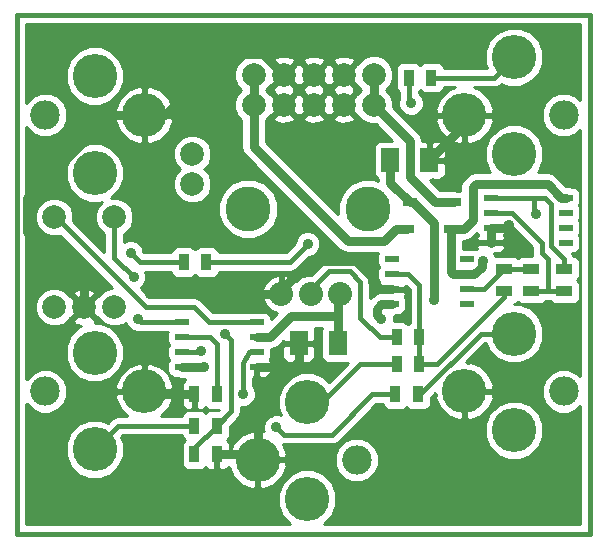
<source format=gtl>
G04 (created by PCBNEW-RS274X (2012-apr-16-27)-stable) date Thu 18 Jun 2015 14:48:37 CEST*
G01*
G70*
G90*
%MOIN*%
G04 Gerber Fmt 3.4, Leading zero omitted, Abs format*
%FSLAX34Y34*%
G04 APERTURE LIST*
%ADD10C,0.006000*%
%ADD11C,0.015000*%
%ADD12O,0.147600X0.147600*%
%ADD13O,0.098400X0.098400*%
%ADD14R,0.047200X0.027600*%
%ADD15R,0.045000X0.020000*%
%ADD16R,0.060000X0.080000*%
%ADD17R,0.055000X0.035000*%
%ADD18R,0.035000X0.055000*%
%ADD19O,0.080000X0.080000*%
%ADD20C,0.150000*%
%ADD21C,0.078700*%
%ADD22C,0.035000*%
%ADD23C,0.015700*%
%ADD24C,0.031500*%
%ADD25C,0.010000*%
G04 APERTURE END LIST*
G54D10*
G54D11*
X42950Y-15550D02*
X43400Y-15550D01*
X43000Y-15550D02*
X62050Y-15550D01*
X42950Y-32850D02*
X42950Y-15600D01*
X62050Y-32850D02*
X42950Y-32850D01*
X62050Y-15600D02*
X62050Y-32850D01*
G54D12*
X57875Y-18898D03*
X59528Y-16969D03*
X59528Y-20197D03*
G54D13*
X61181Y-18898D03*
G54D12*
X47204Y-18898D03*
X45551Y-20827D03*
X45551Y-17599D03*
G54D13*
X43898Y-18898D03*
G54D14*
X55972Y-22700D03*
X57428Y-22700D03*
X56072Y-21800D03*
X57528Y-21800D03*
G54D15*
X57950Y-23700D03*
X57950Y-24200D03*
X57950Y-24700D03*
X57950Y-25200D03*
X55450Y-25200D03*
X55450Y-24700D03*
X55450Y-24200D03*
X55450Y-23700D03*
X61250Y-21650D03*
X61250Y-22150D03*
X61250Y-22650D03*
X61250Y-23150D03*
X58750Y-23150D03*
X58750Y-22650D03*
X58750Y-22150D03*
X58750Y-21650D03*
X50950Y-25800D03*
X50950Y-26300D03*
X50950Y-26800D03*
X50950Y-27300D03*
X48450Y-27300D03*
X48450Y-26800D03*
X48450Y-26300D03*
X48450Y-25800D03*
G54D16*
X56700Y-20400D03*
X55400Y-20400D03*
X53650Y-26500D03*
X52350Y-26500D03*
G54D17*
X61200Y-24775D03*
X61200Y-24025D03*
G54D18*
X49625Y-30200D03*
X48875Y-30200D03*
X55575Y-28200D03*
X56325Y-28200D03*
X56775Y-17650D03*
X56025Y-17650D03*
X49275Y-23800D03*
X48525Y-23800D03*
G54D17*
X60100Y-24025D03*
X60100Y-24775D03*
X59200Y-24775D03*
X59200Y-24025D03*
G54D18*
X55625Y-26300D03*
X56375Y-26300D03*
X48875Y-29250D03*
X49625Y-29250D03*
X55625Y-27200D03*
X56375Y-27200D03*
G54D19*
X51773Y-24852D03*
X52757Y-24852D03*
X53741Y-24852D03*
G54D20*
X50668Y-22025D03*
X54658Y-22025D03*
G54D21*
X50850Y-18550D03*
X50850Y-17550D03*
X51850Y-18550D03*
X51850Y-17550D03*
X52850Y-18550D03*
X52850Y-17550D03*
X53850Y-18550D03*
X53850Y-17550D03*
X54850Y-18550D03*
X54850Y-17550D03*
X48800Y-20200D03*
X48800Y-21200D03*
X44200Y-25300D03*
X45200Y-25300D03*
X46200Y-25300D03*
X46200Y-22300D03*
X44200Y-22300D03*
G54D12*
X57875Y-28110D03*
X59528Y-26181D03*
X59528Y-29409D03*
G54D13*
X61181Y-28110D03*
G54D12*
X50979Y-30394D03*
X52632Y-28465D03*
X52632Y-31693D03*
G54D13*
X54285Y-30394D03*
G54D12*
X47204Y-28111D03*
X45551Y-30040D03*
X45551Y-26812D03*
G54D13*
X43898Y-28111D03*
G54D18*
X48875Y-28200D03*
X49625Y-28200D03*
G54D22*
X58500Y-23750D03*
X49200Y-27300D03*
X55100Y-25700D03*
X56850Y-25050D03*
X59350Y-22550D03*
X47400Y-24850D03*
X52650Y-23200D03*
X60250Y-22200D03*
X46850Y-24300D03*
X47000Y-25700D03*
X49100Y-26750D03*
X56100Y-18500D03*
X51600Y-29300D03*
X50500Y-28200D03*
X46750Y-23500D03*
X49900Y-26200D03*
G54D23*
X48450Y-26300D02*
X49400Y-26300D01*
X49625Y-26525D02*
X49625Y-28200D01*
X49400Y-26300D02*
X49625Y-26525D01*
G54D24*
X58150Y-21300D02*
X58150Y-22400D01*
X58450Y-23800D02*
X58450Y-23950D01*
X57850Y-22700D02*
X57428Y-22700D01*
X61250Y-21650D02*
X61100Y-21650D01*
X58200Y-24200D02*
X57950Y-24200D01*
X58150Y-22400D02*
X57850Y-22700D01*
X58450Y-23950D02*
X58200Y-24200D01*
X58500Y-23750D02*
X58450Y-23800D01*
X57428Y-24128D02*
X57500Y-24200D01*
X51400Y-26300D02*
X52100Y-25600D01*
X50950Y-26300D02*
X51400Y-26300D01*
X53650Y-25600D02*
X53650Y-24943D01*
X53650Y-26500D02*
X53650Y-25600D01*
X52100Y-25600D02*
X53650Y-25600D01*
X57428Y-22700D02*
X57428Y-24128D01*
X53650Y-24943D02*
X53741Y-24852D01*
X61100Y-21650D02*
X60650Y-21200D01*
X58250Y-21200D02*
X58150Y-21300D01*
X60650Y-21200D02*
X58250Y-21200D01*
X57500Y-24200D02*
X57950Y-24200D01*
X54950Y-25350D02*
X55100Y-25200D01*
X55100Y-25200D02*
X55450Y-25200D01*
X48450Y-27300D02*
X49200Y-27300D01*
X54950Y-25550D02*
X54950Y-25350D01*
X56150Y-21800D02*
X56850Y-22500D01*
X56072Y-21800D02*
X56050Y-21800D01*
X55400Y-21150D02*
X55400Y-20400D01*
X56050Y-21800D02*
X55400Y-21150D01*
X55100Y-25700D02*
X54950Y-25550D01*
X56072Y-21800D02*
X56150Y-21800D01*
X56850Y-22500D02*
X56850Y-25050D01*
X57875Y-18898D02*
X57875Y-19225D01*
X52750Y-23750D02*
X54250Y-23750D01*
X57875Y-19225D02*
X56700Y-20400D01*
X55050Y-24700D02*
X55450Y-24700D01*
X58750Y-23150D02*
X58750Y-22650D01*
X50950Y-27300D02*
X52150Y-27300D01*
X50979Y-28471D02*
X52150Y-27300D01*
X52350Y-27100D02*
X52350Y-26500D01*
X58750Y-22650D02*
X59250Y-22650D01*
X47902Y-18898D02*
X49950Y-16850D01*
X59250Y-22650D02*
X59350Y-22550D01*
X45200Y-24700D02*
X43300Y-22800D01*
X51773Y-24852D02*
X47402Y-24852D01*
X50979Y-30394D02*
X50979Y-28471D01*
X54800Y-24300D02*
X54800Y-24450D01*
X50785Y-30200D02*
X50979Y-30394D01*
X47293Y-28200D02*
X47204Y-28111D01*
X48875Y-28200D02*
X47293Y-28200D01*
X51773Y-24852D02*
X51773Y-24727D01*
X47402Y-24852D02*
X47400Y-24850D01*
X43300Y-22800D02*
X43300Y-21650D01*
X51150Y-16850D02*
X51850Y-17550D01*
X49950Y-16850D02*
X51150Y-16850D01*
X49625Y-30200D02*
X50785Y-30200D01*
X47204Y-18898D02*
X47902Y-18898D01*
X51773Y-24727D02*
X52750Y-23750D01*
X45200Y-25300D02*
X45200Y-24700D01*
X52150Y-27300D02*
X52350Y-27100D01*
X46052Y-18898D02*
X47204Y-18898D01*
X54800Y-24450D02*
X55050Y-24700D01*
X43300Y-21650D02*
X46052Y-18898D01*
X54250Y-23750D02*
X54800Y-24300D01*
G54D23*
X61200Y-23700D02*
X61200Y-24025D01*
X49275Y-23800D02*
X52050Y-23800D01*
X60200Y-22150D02*
X60200Y-21650D01*
X52050Y-23800D02*
X52650Y-23200D01*
X60750Y-23250D02*
X61200Y-23700D01*
X60250Y-22200D02*
X60200Y-22150D01*
X60550Y-21650D02*
X60750Y-21850D01*
X60200Y-21650D02*
X60550Y-21650D01*
X58750Y-21650D02*
X60200Y-21650D01*
X60750Y-21850D02*
X60750Y-23250D01*
X60650Y-23700D02*
X60650Y-24775D01*
X58750Y-22150D02*
X59450Y-22150D01*
X59450Y-22150D02*
X60450Y-23150D01*
X60450Y-23150D02*
X60450Y-23500D01*
X60450Y-23500D02*
X60650Y-23700D01*
X61200Y-24775D02*
X60650Y-24775D01*
X60100Y-24775D02*
X60650Y-24775D01*
X56775Y-17650D02*
X58847Y-17650D01*
X58847Y-17650D02*
X59528Y-16969D01*
X56325Y-28200D02*
X56400Y-28200D01*
X58419Y-26181D02*
X59528Y-26181D01*
X56400Y-28200D02*
X58419Y-26181D01*
G54D24*
X55600Y-22700D02*
X55200Y-23100D01*
X55972Y-22700D02*
X55600Y-22700D01*
X50850Y-19950D02*
X50850Y-18550D01*
X54000Y-23100D02*
X50850Y-19950D01*
X55200Y-23100D02*
X54000Y-23100D01*
X50850Y-18550D02*
X50850Y-17550D01*
X57528Y-21800D02*
X56900Y-21800D01*
X56900Y-21800D02*
X56050Y-20950D01*
X56050Y-19750D02*
X54850Y-18550D01*
X54850Y-18550D02*
X54850Y-17550D01*
X56050Y-20950D02*
X56050Y-19750D01*
G54D23*
X46200Y-22300D02*
X46200Y-23650D01*
X47000Y-25700D02*
X47100Y-25800D01*
X47100Y-25800D02*
X48450Y-25800D01*
X46200Y-23650D02*
X46850Y-24300D01*
X49050Y-26800D02*
X49100Y-26750D01*
X56100Y-18500D02*
X56025Y-18425D01*
X56025Y-18425D02*
X56025Y-17650D01*
X48450Y-26800D02*
X49050Y-26800D01*
X54800Y-28200D02*
X55575Y-28200D01*
X51850Y-29550D02*
X53450Y-29550D01*
X51600Y-29300D02*
X51850Y-29550D01*
X50500Y-27173D02*
X50500Y-28200D01*
X53450Y-29550D02*
X54800Y-28200D01*
X50700Y-26800D02*
X50500Y-27173D01*
X50950Y-26800D02*
X50700Y-26800D01*
X48850Y-25300D02*
X47250Y-25300D01*
X49350Y-25800D02*
X48850Y-25300D01*
X47250Y-25300D02*
X44250Y-22300D01*
X50950Y-25800D02*
X49350Y-25800D01*
X44250Y-22300D02*
X44200Y-22300D01*
X48875Y-29250D02*
X46341Y-29250D01*
X46341Y-29250D02*
X45551Y-30040D01*
X57950Y-24700D02*
X58525Y-24700D01*
X58525Y-24700D02*
X59200Y-24025D01*
X59200Y-24025D02*
X60100Y-24025D01*
X55050Y-26300D02*
X55625Y-26300D01*
X53350Y-24100D02*
X54050Y-24100D01*
X52757Y-24852D02*
X52757Y-24693D01*
X54400Y-25650D02*
X55050Y-26300D01*
X54050Y-24100D02*
X54400Y-24450D01*
X54400Y-24450D02*
X54400Y-25650D01*
X52757Y-24693D02*
X53350Y-24100D01*
X53135Y-28465D02*
X54400Y-27200D01*
X54400Y-27200D02*
X55625Y-27200D01*
X52632Y-28465D02*
X53135Y-28465D01*
X47050Y-23800D02*
X48525Y-23800D01*
X46750Y-23500D02*
X47050Y-23800D01*
X56375Y-24575D02*
X56000Y-24200D01*
X59200Y-24950D02*
X59200Y-24775D01*
X56375Y-26300D02*
X56375Y-24575D01*
X56375Y-27200D02*
X56375Y-26300D01*
X56000Y-24200D02*
X55450Y-24200D01*
X56375Y-27200D02*
X56950Y-27200D01*
X56950Y-27200D02*
X59200Y-24950D01*
X49625Y-29250D02*
X50100Y-28775D01*
X50100Y-26400D02*
X49900Y-26200D01*
X50100Y-28775D02*
X50100Y-26400D01*
X48875Y-30200D02*
X48875Y-30000D01*
X48875Y-30000D02*
X49625Y-29250D01*
G54D10*
G36*
X60142Y-23601D02*
X59776Y-23601D01*
X59684Y-23639D01*
X59650Y-23673D01*
X59616Y-23639D01*
X59525Y-23601D01*
X59426Y-23601D01*
X59225Y-23601D01*
X58898Y-23601D01*
X58861Y-23510D01*
X58850Y-23499D01*
X58850Y-23488D01*
X58862Y-23500D01*
X58926Y-23499D01*
X59025Y-23499D01*
X59116Y-23461D01*
X59186Y-23391D01*
X59224Y-23299D01*
X59225Y-23262D01*
X59225Y-23038D01*
X59224Y-23001D01*
X59186Y-22909D01*
X59177Y-22900D01*
X59186Y-22891D01*
X59224Y-22799D01*
X59225Y-22762D01*
X59163Y-22700D01*
X58800Y-22700D01*
X58800Y-22862D01*
X58800Y-22938D01*
X58800Y-23100D01*
X59163Y-23100D01*
X59225Y-23038D01*
X59225Y-23262D01*
X59163Y-23200D01*
X58850Y-23200D01*
X58800Y-23200D01*
X58700Y-23200D01*
X58650Y-23200D01*
X58337Y-23200D01*
X58275Y-23262D01*
X58276Y-23299D01*
X58305Y-23370D01*
X58288Y-23377D01*
X58225Y-23351D01*
X58126Y-23351D01*
X57835Y-23351D01*
X57835Y-23107D01*
X57850Y-23107D01*
X58006Y-23076D01*
X58138Y-22988D01*
X58290Y-22835D01*
X58314Y-22891D01*
X58323Y-22900D01*
X58314Y-22909D01*
X58276Y-23001D01*
X58275Y-23038D01*
X58337Y-23100D01*
X58700Y-23100D01*
X58700Y-22938D01*
X58700Y-22862D01*
X58700Y-22750D01*
X58700Y-22700D01*
X58700Y-22600D01*
X58800Y-22600D01*
X58850Y-22600D01*
X59163Y-22600D01*
X59225Y-22538D01*
X59224Y-22501D01*
X59214Y-22478D01*
X59314Y-22478D01*
X60122Y-23286D01*
X60122Y-23500D01*
X60142Y-23601D01*
X60142Y-23601D01*
G37*
G54D25*
X60142Y-23601D02*
X59776Y-23601D01*
X59684Y-23639D01*
X59650Y-23673D01*
X59616Y-23639D01*
X59525Y-23601D01*
X59426Y-23601D01*
X59225Y-23601D01*
X58898Y-23601D01*
X58861Y-23510D01*
X58850Y-23499D01*
X58850Y-23488D01*
X58862Y-23500D01*
X58926Y-23499D01*
X59025Y-23499D01*
X59116Y-23461D01*
X59186Y-23391D01*
X59224Y-23299D01*
X59225Y-23262D01*
X59225Y-23038D01*
X59224Y-23001D01*
X59186Y-22909D01*
X59177Y-22900D01*
X59186Y-22891D01*
X59224Y-22799D01*
X59225Y-22762D01*
X59163Y-22700D01*
X58800Y-22700D01*
X58800Y-22862D01*
X58800Y-22938D01*
X58800Y-23100D01*
X59163Y-23100D01*
X59225Y-23038D01*
X59225Y-23262D01*
X59163Y-23200D01*
X58850Y-23200D01*
X58800Y-23200D01*
X58700Y-23200D01*
X58650Y-23200D01*
X58337Y-23200D01*
X58275Y-23262D01*
X58276Y-23299D01*
X58305Y-23370D01*
X58288Y-23377D01*
X58225Y-23351D01*
X58126Y-23351D01*
X57835Y-23351D01*
X57835Y-23107D01*
X57850Y-23107D01*
X58006Y-23076D01*
X58138Y-22988D01*
X58290Y-22835D01*
X58314Y-22891D01*
X58323Y-22900D01*
X58314Y-22909D01*
X58276Y-23001D01*
X58275Y-23038D01*
X58337Y-23100D01*
X58700Y-23100D01*
X58700Y-22938D01*
X58700Y-22862D01*
X58700Y-22750D01*
X58700Y-22700D01*
X58700Y-22600D01*
X58800Y-22600D01*
X58850Y-22600D01*
X59163Y-22600D01*
X59225Y-22538D01*
X59224Y-22501D01*
X59214Y-22478D01*
X59314Y-22478D01*
X60122Y-23286D01*
X60122Y-23500D01*
X60142Y-23601D01*
G54D10*
G36*
X61725Y-32525D02*
X60497Y-32525D01*
X60497Y-29621D01*
X60497Y-29236D01*
X60497Y-29198D01*
X60350Y-28842D01*
X60077Y-28569D01*
X59721Y-28421D01*
X59336Y-28421D01*
X58980Y-28568D01*
X58847Y-28701D01*
X58847Y-28315D01*
X58805Y-28160D01*
X57925Y-28160D01*
X57925Y-29034D01*
X58079Y-29076D01*
X58418Y-28942D01*
X58695Y-28671D01*
X58847Y-28315D01*
X58847Y-28701D01*
X58707Y-28841D01*
X58559Y-29197D01*
X58559Y-29582D01*
X58559Y-29620D01*
X58706Y-29976D01*
X58979Y-30249D01*
X59335Y-30397D01*
X59720Y-30397D01*
X60076Y-30250D01*
X60349Y-29977D01*
X60497Y-29621D01*
X60497Y-32525D01*
X57825Y-32525D01*
X55013Y-32525D01*
X55013Y-30554D01*
X55013Y-30264D01*
X55013Y-30236D01*
X54902Y-29968D01*
X54698Y-29763D01*
X54431Y-29652D01*
X54141Y-29652D01*
X53873Y-29763D01*
X53668Y-29967D01*
X53557Y-30234D01*
X53557Y-30524D01*
X53557Y-30552D01*
X53668Y-30820D01*
X53872Y-31025D01*
X54139Y-31136D01*
X54429Y-31136D01*
X54697Y-31025D01*
X54902Y-30821D01*
X55013Y-30554D01*
X55013Y-32525D01*
X53189Y-32525D01*
X53453Y-32261D01*
X53601Y-31905D01*
X53601Y-31520D01*
X53601Y-31482D01*
X53454Y-31126D01*
X53181Y-30853D01*
X52825Y-30705D01*
X52440Y-30705D01*
X52084Y-30852D01*
X51951Y-30985D01*
X51951Y-30599D01*
X51909Y-30444D01*
X51029Y-30444D01*
X51029Y-31318D01*
X51183Y-31360D01*
X51522Y-31226D01*
X51799Y-30955D01*
X51951Y-30599D01*
X51951Y-30985D01*
X51811Y-31125D01*
X51663Y-31481D01*
X51663Y-31866D01*
X51663Y-31904D01*
X51810Y-32260D01*
X52075Y-32525D01*
X43275Y-32525D01*
X43275Y-28522D01*
X43281Y-28537D01*
X43485Y-28742D01*
X43752Y-28853D01*
X44042Y-28853D01*
X44310Y-28742D01*
X44515Y-28538D01*
X44626Y-28271D01*
X44626Y-27981D01*
X44626Y-27953D01*
X44515Y-27685D01*
X44311Y-27480D01*
X44044Y-27369D01*
X43754Y-27369D01*
X43486Y-27480D01*
X43281Y-27684D01*
X43275Y-27698D01*
X43275Y-19309D01*
X43281Y-19324D01*
X43485Y-19529D01*
X43752Y-19640D01*
X44042Y-19640D01*
X44310Y-19529D01*
X44515Y-19325D01*
X44626Y-19058D01*
X44626Y-18768D01*
X44626Y-18740D01*
X44515Y-18472D01*
X44311Y-18267D01*
X44044Y-18156D01*
X43754Y-18156D01*
X43486Y-18267D01*
X43281Y-18471D01*
X43275Y-18485D01*
X43275Y-15875D01*
X43400Y-15875D01*
X61725Y-15875D01*
X61725Y-18398D01*
X61594Y-18267D01*
X61327Y-18156D01*
X61037Y-18156D01*
X60769Y-18267D01*
X60564Y-18471D01*
X60497Y-18632D01*
X60497Y-17181D01*
X60497Y-16796D01*
X60497Y-16758D01*
X60350Y-16402D01*
X60077Y-16129D01*
X59721Y-15981D01*
X59336Y-15981D01*
X58980Y-16128D01*
X58707Y-16401D01*
X58559Y-16757D01*
X58559Y-17142D01*
X58559Y-17180D01*
X58617Y-17322D01*
X57197Y-17322D01*
X57161Y-17234D01*
X57091Y-17164D01*
X57000Y-17126D01*
X56901Y-17126D01*
X56551Y-17126D01*
X56459Y-17164D01*
X56400Y-17223D01*
X56341Y-17164D01*
X56250Y-17126D01*
X56151Y-17126D01*
X55801Y-17126D01*
X55709Y-17164D01*
X55639Y-17234D01*
X55601Y-17325D01*
X55601Y-17424D01*
X55601Y-17974D01*
X55639Y-18066D01*
X55697Y-18124D01*
X55697Y-18362D01*
X55675Y-18415D01*
X55675Y-18584D01*
X55739Y-18740D01*
X55859Y-18860D01*
X56015Y-18925D01*
X56184Y-18925D01*
X56340Y-18861D01*
X56460Y-18741D01*
X56525Y-18585D01*
X56525Y-18416D01*
X56461Y-18260D01*
X56353Y-18152D01*
X56353Y-18124D01*
X56400Y-18077D01*
X56459Y-18136D01*
X56550Y-18174D01*
X56649Y-18174D01*
X56999Y-18174D01*
X57091Y-18136D01*
X57161Y-18066D01*
X57197Y-17978D01*
X57554Y-17978D01*
X57332Y-18066D01*
X57055Y-18337D01*
X56903Y-18693D01*
X56945Y-18848D01*
X57775Y-18848D01*
X57825Y-18848D01*
X57925Y-18848D01*
X57975Y-18848D01*
X58805Y-18848D01*
X58847Y-18693D01*
X58695Y-18337D01*
X58418Y-18066D01*
X58195Y-17978D01*
X58847Y-17978D01*
X58972Y-17953D01*
X58973Y-17953D01*
X59079Y-17882D01*
X59101Y-17859D01*
X59335Y-17957D01*
X59720Y-17957D01*
X60076Y-17810D01*
X60349Y-17537D01*
X60497Y-17181D01*
X60497Y-18632D01*
X60453Y-18738D01*
X60453Y-19028D01*
X60453Y-19056D01*
X60564Y-19324D01*
X60768Y-19529D01*
X61035Y-19640D01*
X61325Y-19640D01*
X61593Y-19529D01*
X61725Y-19397D01*
X61725Y-27610D01*
X61724Y-27609D01*
X61724Y-25000D01*
X61724Y-24901D01*
X61724Y-24551D01*
X61686Y-24459D01*
X61627Y-24400D01*
X61686Y-24341D01*
X61724Y-24250D01*
X61724Y-24151D01*
X61724Y-23801D01*
X61686Y-23709D01*
X61616Y-23639D01*
X61525Y-23601D01*
X61508Y-23601D01*
X61503Y-23575D01*
X61503Y-23574D01*
X61452Y-23499D01*
X61524Y-23499D01*
X61616Y-23461D01*
X61686Y-23391D01*
X61724Y-23300D01*
X61724Y-23201D01*
X61724Y-23001D01*
X61686Y-22909D01*
X61677Y-22900D01*
X61686Y-22891D01*
X61724Y-22800D01*
X61724Y-22701D01*
X61724Y-22501D01*
X61686Y-22409D01*
X61677Y-22400D01*
X61686Y-22391D01*
X61724Y-22300D01*
X61724Y-22201D01*
X61724Y-22001D01*
X61686Y-21909D01*
X61677Y-21900D01*
X61686Y-21891D01*
X61724Y-21800D01*
X61724Y-21701D01*
X61724Y-21501D01*
X61686Y-21409D01*
X61616Y-21339D01*
X61525Y-21301D01*
X61446Y-21301D01*
X61406Y-21274D01*
X61273Y-21247D01*
X60938Y-20912D01*
X60806Y-20824D01*
X60650Y-20793D01*
X60321Y-20793D01*
X60349Y-20765D01*
X60497Y-20409D01*
X60497Y-20024D01*
X60497Y-19986D01*
X60350Y-19630D01*
X60077Y-19357D01*
X59721Y-19209D01*
X59336Y-19209D01*
X58980Y-19356D01*
X58847Y-19489D01*
X58847Y-19103D01*
X58805Y-18948D01*
X57925Y-18948D01*
X57925Y-19822D01*
X58079Y-19864D01*
X58418Y-19730D01*
X58695Y-19459D01*
X58847Y-19103D01*
X58847Y-19489D01*
X58707Y-19629D01*
X58559Y-19985D01*
X58559Y-20370D01*
X58559Y-20408D01*
X58706Y-20764D01*
X58735Y-20793D01*
X58250Y-20793D01*
X58094Y-20824D01*
X57962Y-20912D01*
X57960Y-20914D01*
X57862Y-21012D01*
X57825Y-21067D01*
X57825Y-19822D01*
X57825Y-18948D01*
X56945Y-18948D01*
X56903Y-19103D01*
X57055Y-19459D01*
X57332Y-19730D01*
X57671Y-19864D01*
X57825Y-19822D01*
X57825Y-21067D01*
X57774Y-21144D01*
X57743Y-21300D01*
X57743Y-21413D01*
X57715Y-21413D01*
X57628Y-21413D01*
X57528Y-21393D01*
X57250Y-21393D01*
X57069Y-21393D01*
X56726Y-21050D01*
X56800Y-21050D01*
X56800Y-21038D01*
X56812Y-21050D01*
X57049Y-21049D01*
X57141Y-21011D01*
X57211Y-20941D01*
X57249Y-20850D01*
X57249Y-20751D01*
X57250Y-20512D01*
X57250Y-20288D01*
X57249Y-20049D01*
X57249Y-19950D01*
X57211Y-19859D01*
X57141Y-19789D01*
X57049Y-19751D01*
X56812Y-19750D01*
X56750Y-19812D01*
X56750Y-20350D01*
X57188Y-20350D01*
X57250Y-20288D01*
X57250Y-20512D01*
X57188Y-20450D01*
X56800Y-20450D01*
X56750Y-20450D01*
X56650Y-20450D01*
X56650Y-20350D01*
X56650Y-20300D01*
X56650Y-19812D01*
X56588Y-19750D01*
X56457Y-19750D01*
X56426Y-19594D01*
X56338Y-19462D01*
X55493Y-18617D01*
X55493Y-18423D01*
X55395Y-18187D01*
X55258Y-18049D01*
X55394Y-17915D01*
X55493Y-17679D01*
X55493Y-17423D01*
X55395Y-17187D01*
X55215Y-17006D01*
X54979Y-16907D01*
X54723Y-16907D01*
X54487Y-17005D01*
X54308Y-17182D01*
X54294Y-17177D01*
X54223Y-17248D01*
X54223Y-17106D01*
X54186Y-17002D01*
X53950Y-16915D01*
X53700Y-16925D01*
X53514Y-17002D01*
X53477Y-17106D01*
X53850Y-17479D01*
X54223Y-17106D01*
X54223Y-17248D01*
X53921Y-17550D01*
X54294Y-17923D01*
X54309Y-17917D01*
X54441Y-18050D01*
X54308Y-18182D01*
X54294Y-18177D01*
X54223Y-18248D01*
X54223Y-18106D01*
X54203Y-18050D01*
X54223Y-17994D01*
X53850Y-17621D01*
X53779Y-17692D01*
X53779Y-17550D01*
X53406Y-17177D01*
X53350Y-17196D01*
X53294Y-17177D01*
X53223Y-17248D01*
X53223Y-17106D01*
X53186Y-17002D01*
X52950Y-16915D01*
X52700Y-16925D01*
X52514Y-17002D01*
X52477Y-17106D01*
X52850Y-17479D01*
X53223Y-17106D01*
X53223Y-17248D01*
X52921Y-17550D01*
X53294Y-17923D01*
X53350Y-17903D01*
X53406Y-17923D01*
X53779Y-17550D01*
X53779Y-17692D01*
X53477Y-17994D01*
X53496Y-18050D01*
X53477Y-18106D01*
X53850Y-18479D01*
X54223Y-18106D01*
X54223Y-18248D01*
X53921Y-18550D01*
X54294Y-18923D01*
X54309Y-18917D01*
X54485Y-19094D01*
X54721Y-19193D01*
X54917Y-19193D01*
X55475Y-19751D01*
X55051Y-19751D01*
X54959Y-19789D01*
X54889Y-19859D01*
X54851Y-19950D01*
X54851Y-20049D01*
X54851Y-20849D01*
X54889Y-20941D01*
X54959Y-21011D01*
X54993Y-21025D01*
X54993Y-21081D01*
X54858Y-21025D01*
X54460Y-21025D01*
X54223Y-21122D01*
X54223Y-18994D01*
X53850Y-18621D01*
X53779Y-18692D01*
X53779Y-18550D01*
X53406Y-18177D01*
X53350Y-18196D01*
X53294Y-18177D01*
X53223Y-18248D01*
X53223Y-18106D01*
X53203Y-18050D01*
X53223Y-17994D01*
X52850Y-17621D01*
X52779Y-17692D01*
X52779Y-17550D01*
X52406Y-17177D01*
X52350Y-17196D01*
X52294Y-17177D01*
X52223Y-17248D01*
X52223Y-17106D01*
X52186Y-17002D01*
X51950Y-16915D01*
X51700Y-16925D01*
X51514Y-17002D01*
X51477Y-17106D01*
X51850Y-17479D01*
X52223Y-17106D01*
X52223Y-17248D01*
X51921Y-17550D01*
X52294Y-17923D01*
X52350Y-17903D01*
X52406Y-17923D01*
X52779Y-17550D01*
X52779Y-17692D01*
X52477Y-17994D01*
X52496Y-18050D01*
X52477Y-18106D01*
X52850Y-18479D01*
X53223Y-18106D01*
X53223Y-18248D01*
X52921Y-18550D01*
X53294Y-18923D01*
X53350Y-18903D01*
X53406Y-18923D01*
X53779Y-18550D01*
X53779Y-18692D01*
X53477Y-18994D01*
X53514Y-19098D01*
X53750Y-19185D01*
X54000Y-19175D01*
X54186Y-19098D01*
X54223Y-18994D01*
X54223Y-21122D01*
X54092Y-21177D01*
X53811Y-21458D01*
X53658Y-21825D01*
X53658Y-22182D01*
X53223Y-21747D01*
X53223Y-18994D01*
X52850Y-18621D01*
X52779Y-18692D01*
X52779Y-18550D01*
X52406Y-18177D01*
X52350Y-18196D01*
X52294Y-18177D01*
X52223Y-18248D01*
X52223Y-18106D01*
X52203Y-18050D01*
X52223Y-17994D01*
X51850Y-17621D01*
X51477Y-17994D01*
X51496Y-18050D01*
X51477Y-18106D01*
X51850Y-18479D01*
X52223Y-18106D01*
X52223Y-18248D01*
X51921Y-18550D01*
X52294Y-18923D01*
X52350Y-18903D01*
X52406Y-18923D01*
X52779Y-18550D01*
X52779Y-18692D01*
X52477Y-18994D01*
X52514Y-19098D01*
X52750Y-19185D01*
X53000Y-19175D01*
X53186Y-19098D01*
X53223Y-18994D01*
X53223Y-21747D01*
X52223Y-20747D01*
X52223Y-18994D01*
X51850Y-18621D01*
X51477Y-18994D01*
X51514Y-19098D01*
X51750Y-19185D01*
X52000Y-19175D01*
X52186Y-19098D01*
X52223Y-18994D01*
X52223Y-20747D01*
X51257Y-19781D01*
X51257Y-19051D01*
X51391Y-18917D01*
X51406Y-18923D01*
X51779Y-18550D01*
X51406Y-18177D01*
X51390Y-18182D01*
X51258Y-18049D01*
X51391Y-17917D01*
X51406Y-17923D01*
X51779Y-17550D01*
X51406Y-17177D01*
X51390Y-17182D01*
X51215Y-17006D01*
X50979Y-16907D01*
X50723Y-16907D01*
X50487Y-17005D01*
X50306Y-17185D01*
X50207Y-17421D01*
X50207Y-17677D01*
X50305Y-17913D01*
X50441Y-18050D01*
X50306Y-18185D01*
X50207Y-18421D01*
X50207Y-18677D01*
X50305Y-18913D01*
X50443Y-19051D01*
X50443Y-19950D01*
X50474Y-20106D01*
X50562Y-20238D01*
X53710Y-23385D01*
X53712Y-23388D01*
X53844Y-23476D01*
X53999Y-23507D01*
X53999Y-23506D01*
X54000Y-23507D01*
X54993Y-23507D01*
X54976Y-23550D01*
X54976Y-23649D01*
X54976Y-23849D01*
X55014Y-23941D01*
X55023Y-23950D01*
X55014Y-23959D01*
X54976Y-24050D01*
X54976Y-24149D01*
X54976Y-24349D01*
X55014Y-24441D01*
X55023Y-24450D01*
X55014Y-24459D01*
X54976Y-24551D01*
X54975Y-24588D01*
X55037Y-24650D01*
X55350Y-24650D01*
X55400Y-24650D01*
X55500Y-24650D01*
X55550Y-24650D01*
X55863Y-24650D01*
X55924Y-24588D01*
X56047Y-24711D01*
X56047Y-25826D01*
X56000Y-25873D01*
X55941Y-25814D01*
X55850Y-25776D01*
X55751Y-25776D01*
X55525Y-25776D01*
X55525Y-25616D01*
X55515Y-25593D01*
X55606Y-25576D01*
X55646Y-25549D01*
X55724Y-25549D01*
X55816Y-25511D01*
X55886Y-25441D01*
X55924Y-25350D01*
X55924Y-25251D01*
X55924Y-25051D01*
X55886Y-24959D01*
X55877Y-24950D01*
X55886Y-24941D01*
X55924Y-24849D01*
X55925Y-24812D01*
X55863Y-24750D01*
X55550Y-24750D01*
X55500Y-24750D01*
X55400Y-24750D01*
X55350Y-24750D01*
X55037Y-24750D01*
X54975Y-24812D01*
X54975Y-24817D01*
X54944Y-24824D01*
X54812Y-24912D01*
X54728Y-24996D01*
X54728Y-24450D01*
X54727Y-24449D01*
X54703Y-24324D01*
X54632Y-24218D01*
X54631Y-24217D01*
X54282Y-23868D01*
X54176Y-23797D01*
X54050Y-23772D01*
X53350Y-23772D01*
X53224Y-23797D01*
X53118Y-23868D01*
X53115Y-23871D01*
X52772Y-24214D01*
X52643Y-24214D01*
X52619Y-24214D01*
X52384Y-24311D01*
X52263Y-24431D01*
X52158Y-24319D01*
X51925Y-24212D01*
X51823Y-24258D01*
X51823Y-24752D01*
X51823Y-24802D01*
X51823Y-24902D01*
X51723Y-24902D01*
X51723Y-24802D01*
X51723Y-24258D01*
X51621Y-24212D01*
X51388Y-24319D01*
X51213Y-24507D01*
X51141Y-24701D01*
X51188Y-24802D01*
X51723Y-24802D01*
X51723Y-24902D01*
X51673Y-24902D01*
X51188Y-24902D01*
X51141Y-25003D01*
X51213Y-25197D01*
X51388Y-25385D01*
X51621Y-25492D01*
X51642Y-25482D01*
X51424Y-25700D01*
X51424Y-25651D01*
X51386Y-25559D01*
X51316Y-25489D01*
X51225Y-25451D01*
X51126Y-25451D01*
X50676Y-25451D01*
X50625Y-25472D01*
X49486Y-25472D01*
X49082Y-25068D01*
X48976Y-24997D01*
X48850Y-24972D01*
X47385Y-24972D01*
X47078Y-24665D01*
X47090Y-24661D01*
X47210Y-24541D01*
X47275Y-24385D01*
X47275Y-24216D01*
X47238Y-24128D01*
X48102Y-24128D01*
X48139Y-24216D01*
X48209Y-24286D01*
X48300Y-24324D01*
X48399Y-24324D01*
X48749Y-24324D01*
X48841Y-24286D01*
X48900Y-24227D01*
X48959Y-24286D01*
X49050Y-24324D01*
X49149Y-24324D01*
X49499Y-24324D01*
X49591Y-24286D01*
X49661Y-24216D01*
X49697Y-24128D01*
X52050Y-24128D01*
X52175Y-24103D01*
X52176Y-24103D01*
X52282Y-24032D01*
X52689Y-23625D01*
X52734Y-23625D01*
X52890Y-23561D01*
X53010Y-23441D01*
X53075Y-23285D01*
X53075Y-23116D01*
X53011Y-22960D01*
X52891Y-22840D01*
X52735Y-22775D01*
X52566Y-22775D01*
X52410Y-22839D01*
X52290Y-22959D01*
X52225Y-23115D01*
X52225Y-23161D01*
X51914Y-23472D01*
X51668Y-23472D01*
X51668Y-22225D01*
X51668Y-21827D01*
X51516Y-21459D01*
X51235Y-21178D01*
X50868Y-21025D01*
X50470Y-21025D01*
X50102Y-21177D01*
X49821Y-21458D01*
X49668Y-21825D01*
X49668Y-22223D01*
X49820Y-22591D01*
X50101Y-22872D01*
X50468Y-23025D01*
X50866Y-23025D01*
X51234Y-22873D01*
X51515Y-22592D01*
X51668Y-22225D01*
X51668Y-23472D01*
X49697Y-23472D01*
X49661Y-23384D01*
X49591Y-23314D01*
X49500Y-23276D01*
X49443Y-23276D01*
X49443Y-21329D01*
X49443Y-21073D01*
X49345Y-20837D01*
X49208Y-20699D01*
X49344Y-20565D01*
X49443Y-20329D01*
X49443Y-20073D01*
X49345Y-19837D01*
X49165Y-19656D01*
X48929Y-19557D01*
X48673Y-19557D01*
X48437Y-19655D01*
X48256Y-19835D01*
X48176Y-20025D01*
X48176Y-19103D01*
X48176Y-18693D01*
X48024Y-18337D01*
X47747Y-18066D01*
X47408Y-17932D01*
X47254Y-17974D01*
X47254Y-18848D01*
X48134Y-18848D01*
X48176Y-18693D01*
X48176Y-19103D01*
X48134Y-18948D01*
X47254Y-18948D01*
X47254Y-19822D01*
X47408Y-19864D01*
X47747Y-19730D01*
X48024Y-19459D01*
X48176Y-19103D01*
X48176Y-20025D01*
X48157Y-20071D01*
X48157Y-20327D01*
X48255Y-20563D01*
X48391Y-20700D01*
X48256Y-20835D01*
X48157Y-21071D01*
X48157Y-21327D01*
X48255Y-21563D01*
X48435Y-21744D01*
X48671Y-21843D01*
X48927Y-21843D01*
X49163Y-21745D01*
X49344Y-21565D01*
X49443Y-21329D01*
X49443Y-23276D01*
X49401Y-23276D01*
X49051Y-23276D01*
X48959Y-23314D01*
X48900Y-23373D01*
X48841Y-23314D01*
X48750Y-23276D01*
X48651Y-23276D01*
X48301Y-23276D01*
X48209Y-23314D01*
X48139Y-23384D01*
X48102Y-23472D01*
X47186Y-23472D01*
X47175Y-23461D01*
X47175Y-23416D01*
X47154Y-23364D01*
X47154Y-19822D01*
X47154Y-18948D01*
X47154Y-18848D01*
X47154Y-17974D01*
X47000Y-17932D01*
X46661Y-18066D01*
X46520Y-18203D01*
X46520Y-17811D01*
X46520Y-17426D01*
X46520Y-17388D01*
X46373Y-17032D01*
X46100Y-16759D01*
X45744Y-16611D01*
X45359Y-16611D01*
X45003Y-16758D01*
X44730Y-17031D01*
X44582Y-17387D01*
X44582Y-17772D01*
X44582Y-17810D01*
X44729Y-18166D01*
X45002Y-18439D01*
X45358Y-18587D01*
X45743Y-18587D01*
X46099Y-18440D01*
X46372Y-18167D01*
X46520Y-17811D01*
X46520Y-18203D01*
X46384Y-18337D01*
X46232Y-18693D01*
X46274Y-18848D01*
X47154Y-18848D01*
X47154Y-18948D01*
X46274Y-18948D01*
X46232Y-19103D01*
X46384Y-19459D01*
X46661Y-19730D01*
X47000Y-19864D01*
X47154Y-19822D01*
X47154Y-23364D01*
X47111Y-23260D01*
X46991Y-23140D01*
X46835Y-23075D01*
X46666Y-23075D01*
X46528Y-23131D01*
X46528Y-22859D01*
X46563Y-22845D01*
X46744Y-22665D01*
X46843Y-22429D01*
X46843Y-22173D01*
X46745Y-21937D01*
X46565Y-21756D01*
X46329Y-21657D01*
X46110Y-21657D01*
X46372Y-21395D01*
X46520Y-21039D01*
X46520Y-20654D01*
X46520Y-20616D01*
X46373Y-20260D01*
X46100Y-19987D01*
X45744Y-19839D01*
X45359Y-19839D01*
X45003Y-19986D01*
X44730Y-20259D01*
X44582Y-20615D01*
X44582Y-21000D01*
X44582Y-21038D01*
X44729Y-21394D01*
X45002Y-21667D01*
X45358Y-21815D01*
X45743Y-21815D01*
X45800Y-21791D01*
X45656Y-21935D01*
X45557Y-22171D01*
X45557Y-22427D01*
X45655Y-22663D01*
X45835Y-22844D01*
X45872Y-22859D01*
X45872Y-23458D01*
X44843Y-22429D01*
X44843Y-22173D01*
X44745Y-21937D01*
X44565Y-21756D01*
X44329Y-21657D01*
X44073Y-21657D01*
X43837Y-21755D01*
X43656Y-21935D01*
X43557Y-22171D01*
X43557Y-22427D01*
X43655Y-22663D01*
X43835Y-22844D01*
X44071Y-22943D01*
X44327Y-22943D01*
X44399Y-22913D01*
X46143Y-24657D01*
X46073Y-24657D01*
X45837Y-24755D01*
X45658Y-24932D01*
X45644Y-24927D01*
X45573Y-24998D01*
X45573Y-24856D01*
X45536Y-24752D01*
X45300Y-24665D01*
X45050Y-24675D01*
X44864Y-24752D01*
X44827Y-24856D01*
X45200Y-25229D01*
X45573Y-24856D01*
X45573Y-24998D01*
X45271Y-25300D01*
X45644Y-25673D01*
X45659Y-25667D01*
X45835Y-25844D01*
X46071Y-25943D01*
X46327Y-25943D01*
X46563Y-25845D01*
X46589Y-25818D01*
X46639Y-25940D01*
X46759Y-26060D01*
X46915Y-26125D01*
X47084Y-26125D01*
X47100Y-26128D01*
X47985Y-26128D01*
X47976Y-26150D01*
X47976Y-26249D01*
X47976Y-26449D01*
X48014Y-26541D01*
X48023Y-26550D01*
X48014Y-26559D01*
X47976Y-26650D01*
X47976Y-26749D01*
X47976Y-26949D01*
X48014Y-27041D01*
X48023Y-27050D01*
X48014Y-27059D01*
X47976Y-27150D01*
X47976Y-27249D01*
X47976Y-27449D01*
X48013Y-27539D01*
X47747Y-27279D01*
X47408Y-27145D01*
X47254Y-27187D01*
X47254Y-28061D01*
X48134Y-28061D01*
X48176Y-27906D01*
X48024Y-27551D01*
X48084Y-27611D01*
X48175Y-27649D01*
X48253Y-27649D01*
X48294Y-27676D01*
X48450Y-27707D01*
X48575Y-27707D01*
X48559Y-27714D01*
X48489Y-27784D01*
X48451Y-27875D01*
X48451Y-27974D01*
X48450Y-28088D01*
X48512Y-28150D01*
X48775Y-28150D01*
X48825Y-28150D01*
X48925Y-28150D01*
X48925Y-28250D01*
X48925Y-28300D01*
X48925Y-28663D01*
X48987Y-28725D01*
X49099Y-28724D01*
X49191Y-28686D01*
X49250Y-28627D01*
X49309Y-28686D01*
X49400Y-28724D01*
X49499Y-28724D01*
X49687Y-28724D01*
X49685Y-28726D01*
X49401Y-28726D01*
X49309Y-28764D01*
X49250Y-28823D01*
X49191Y-28764D01*
X49100Y-28726D01*
X49001Y-28726D01*
X48825Y-28726D01*
X48825Y-28663D01*
X48825Y-28250D01*
X48512Y-28250D01*
X48450Y-28312D01*
X48451Y-28426D01*
X48451Y-28525D01*
X48489Y-28616D01*
X48559Y-28686D01*
X48651Y-28724D01*
X48763Y-28725D01*
X48825Y-28663D01*
X48825Y-28726D01*
X48651Y-28726D01*
X48559Y-28764D01*
X48489Y-28834D01*
X48452Y-28922D01*
X47768Y-28922D01*
X48024Y-28672D01*
X48176Y-28316D01*
X48134Y-28161D01*
X47304Y-28161D01*
X47254Y-28161D01*
X47154Y-28161D01*
X47154Y-28061D01*
X47154Y-27187D01*
X47000Y-27145D01*
X46661Y-27279D01*
X46520Y-27416D01*
X46520Y-27024D01*
X46520Y-26639D01*
X46520Y-26601D01*
X46373Y-26245D01*
X46100Y-25972D01*
X45744Y-25824D01*
X45544Y-25824D01*
X45573Y-25744D01*
X45200Y-25371D01*
X45129Y-25442D01*
X45129Y-25300D01*
X44756Y-24927D01*
X44740Y-24932D01*
X44565Y-24756D01*
X44329Y-24657D01*
X44073Y-24657D01*
X43837Y-24755D01*
X43656Y-24935D01*
X43557Y-25171D01*
X43557Y-25427D01*
X43655Y-25663D01*
X43835Y-25844D01*
X44071Y-25943D01*
X44327Y-25943D01*
X44563Y-25845D01*
X44741Y-25667D01*
X44756Y-25673D01*
X45129Y-25300D01*
X45129Y-25442D01*
X44827Y-25744D01*
X44864Y-25848D01*
X45094Y-25933D01*
X45003Y-25971D01*
X44730Y-26244D01*
X44582Y-26600D01*
X44582Y-26985D01*
X44582Y-27023D01*
X44729Y-27379D01*
X45002Y-27652D01*
X45358Y-27800D01*
X45743Y-27800D01*
X46099Y-27653D01*
X46372Y-27380D01*
X46520Y-27024D01*
X46520Y-27416D01*
X46384Y-27550D01*
X46232Y-27906D01*
X46274Y-28061D01*
X47154Y-28061D01*
X47154Y-28161D01*
X47104Y-28161D01*
X46274Y-28161D01*
X46232Y-28316D01*
X46384Y-28672D01*
X46639Y-28922D01*
X46341Y-28922D01*
X46215Y-28947D01*
X46109Y-29018D01*
X45977Y-29149D01*
X45744Y-29052D01*
X45359Y-29052D01*
X45003Y-29199D01*
X44730Y-29472D01*
X44582Y-29828D01*
X44582Y-30213D01*
X44582Y-30251D01*
X44729Y-30607D01*
X45002Y-30880D01*
X45358Y-31028D01*
X45743Y-31028D01*
X46099Y-30881D01*
X46372Y-30608D01*
X46520Y-30252D01*
X46520Y-29867D01*
X46520Y-29829D01*
X46434Y-29620D01*
X46477Y-29578D01*
X48452Y-29578D01*
X48489Y-29666D01*
X48548Y-29725D01*
X48489Y-29784D01*
X48451Y-29875D01*
X48451Y-29974D01*
X48451Y-30524D01*
X48489Y-30616D01*
X48559Y-30686D01*
X48650Y-30724D01*
X48749Y-30724D01*
X49099Y-30724D01*
X49191Y-30686D01*
X49250Y-30627D01*
X49309Y-30686D01*
X49401Y-30724D01*
X49513Y-30725D01*
X49575Y-30663D01*
X49575Y-30300D01*
X49575Y-30250D01*
X49575Y-30150D01*
X49675Y-30150D01*
X49675Y-30250D01*
X49675Y-30300D01*
X49675Y-30663D01*
X49737Y-30725D01*
X49849Y-30724D01*
X49941Y-30686D01*
X50011Y-30616D01*
X50012Y-30612D01*
X50159Y-30955D01*
X50436Y-31226D01*
X50775Y-31360D01*
X50929Y-31318D01*
X50929Y-30494D01*
X50929Y-30444D01*
X50929Y-30344D01*
X50929Y-30294D01*
X50929Y-29470D01*
X50775Y-29428D01*
X50436Y-29562D01*
X50159Y-29833D01*
X50050Y-30088D01*
X50049Y-29974D01*
X50049Y-29875D01*
X50011Y-29784D01*
X49952Y-29725D01*
X50011Y-29666D01*
X50049Y-29575D01*
X50049Y-29476D01*
X50049Y-29289D01*
X50328Y-29009D01*
X50331Y-29007D01*
X50332Y-29007D01*
X50403Y-28901D01*
X50428Y-28776D01*
X50427Y-28775D01*
X50428Y-28775D01*
X50428Y-28625D01*
X50584Y-28625D01*
X50740Y-28561D01*
X50860Y-28441D01*
X50925Y-28285D01*
X50925Y-28116D01*
X50861Y-27960D01*
X50828Y-27927D01*
X50828Y-27649D01*
X50838Y-27650D01*
X50900Y-27588D01*
X50900Y-27400D01*
X50900Y-27350D01*
X50900Y-27250D01*
X51000Y-27250D01*
X51050Y-27250D01*
X51363Y-27250D01*
X51425Y-27188D01*
X51424Y-27151D01*
X51386Y-27059D01*
X51377Y-27050D01*
X51386Y-27041D01*
X51424Y-26950D01*
X51424Y-26851D01*
X51424Y-26702D01*
X51556Y-26676D01*
X51688Y-26588D01*
X51843Y-26431D01*
X51862Y-26450D01*
X52250Y-26450D01*
X52300Y-26450D01*
X52400Y-26450D01*
X52450Y-26450D01*
X52838Y-26450D01*
X52900Y-26388D01*
X52899Y-26149D01*
X52899Y-26050D01*
X52881Y-26007D01*
X53118Y-26007D01*
X53101Y-26050D01*
X53101Y-26149D01*
X53101Y-26949D01*
X53139Y-27041D01*
X53209Y-27111D01*
X53300Y-27149D01*
X53399Y-27149D01*
X53987Y-27149D01*
X53346Y-27790D01*
X53181Y-27625D01*
X52900Y-27508D01*
X52900Y-26612D01*
X52838Y-26550D01*
X52400Y-26550D01*
X52400Y-27088D01*
X52462Y-27150D01*
X52699Y-27149D01*
X52791Y-27111D01*
X52861Y-27041D01*
X52899Y-26950D01*
X52899Y-26851D01*
X52900Y-26612D01*
X52900Y-27508D01*
X52825Y-27477D01*
X52440Y-27477D01*
X52300Y-27534D01*
X52300Y-27088D01*
X52300Y-26550D01*
X51862Y-26550D01*
X51800Y-26612D01*
X51801Y-26851D01*
X51801Y-26950D01*
X51839Y-27041D01*
X51909Y-27111D01*
X52001Y-27149D01*
X52238Y-27150D01*
X52300Y-27088D01*
X52300Y-27534D01*
X52084Y-27624D01*
X51811Y-27897D01*
X51663Y-28253D01*
X51663Y-28638D01*
X51663Y-28676D01*
X51757Y-28905D01*
X51685Y-28875D01*
X51516Y-28875D01*
X51425Y-28912D01*
X51425Y-27412D01*
X51363Y-27350D01*
X51000Y-27350D01*
X51000Y-27588D01*
X51062Y-27650D01*
X51126Y-27649D01*
X51225Y-27649D01*
X51316Y-27611D01*
X51386Y-27541D01*
X51424Y-27449D01*
X51425Y-27412D01*
X51425Y-28912D01*
X51360Y-28939D01*
X51240Y-29059D01*
X51175Y-29215D01*
X51175Y-29384D01*
X51194Y-29432D01*
X51183Y-29428D01*
X51029Y-29470D01*
X51029Y-30344D01*
X51909Y-30344D01*
X51951Y-30189D01*
X51815Y-29871D01*
X51850Y-29878D01*
X53450Y-29878D01*
X53575Y-29853D01*
X53576Y-29853D01*
X53682Y-29782D01*
X54936Y-28528D01*
X55152Y-28528D01*
X55189Y-28616D01*
X55259Y-28686D01*
X55350Y-28724D01*
X55449Y-28724D01*
X55799Y-28724D01*
X55891Y-28686D01*
X55950Y-28627D01*
X56009Y-28686D01*
X56100Y-28724D01*
X56199Y-28724D01*
X56549Y-28724D01*
X56641Y-28686D01*
X56711Y-28616D01*
X56749Y-28525D01*
X56749Y-28426D01*
X56749Y-28315D01*
X56887Y-28177D01*
X56887Y-28210D01*
X56931Y-28210D01*
X56903Y-28315D01*
X57055Y-28671D01*
X57332Y-28942D01*
X57671Y-29076D01*
X57825Y-29034D01*
X57825Y-28210D01*
X57825Y-28160D01*
X57825Y-28060D01*
X57925Y-28060D01*
X57975Y-28060D01*
X58805Y-28060D01*
X58847Y-27905D01*
X58695Y-27549D01*
X58418Y-27278D01*
X58079Y-27144D01*
X57975Y-27172D01*
X57975Y-27122D01*
X57942Y-27122D01*
X58555Y-26509D01*
X58607Y-26509D01*
X58706Y-26748D01*
X58979Y-27021D01*
X59335Y-27169D01*
X59720Y-27169D01*
X60076Y-27022D01*
X60349Y-26749D01*
X60497Y-26393D01*
X60497Y-26008D01*
X60497Y-25970D01*
X60350Y-25614D01*
X60077Y-25341D01*
X59721Y-25193D01*
X59538Y-25193D01*
X59616Y-25161D01*
X59650Y-25127D01*
X59684Y-25161D01*
X59775Y-25199D01*
X59874Y-25199D01*
X60424Y-25199D01*
X60516Y-25161D01*
X60574Y-25103D01*
X60650Y-25103D01*
X60726Y-25103D01*
X60784Y-25161D01*
X60875Y-25199D01*
X60974Y-25199D01*
X61524Y-25199D01*
X61616Y-25161D01*
X61686Y-25091D01*
X61724Y-25000D01*
X61724Y-27609D01*
X61594Y-27479D01*
X61327Y-27368D01*
X61037Y-27368D01*
X60769Y-27479D01*
X60564Y-27683D01*
X60453Y-27950D01*
X60453Y-28240D01*
X60453Y-28268D01*
X60564Y-28536D01*
X60768Y-28741D01*
X61035Y-28852D01*
X61325Y-28852D01*
X61593Y-28741D01*
X61725Y-28609D01*
X61725Y-32525D01*
X61725Y-32525D01*
G37*
G54D25*
X61725Y-32525D02*
X60497Y-32525D01*
X60497Y-29621D01*
X60497Y-29236D01*
X60497Y-29198D01*
X60350Y-28842D01*
X60077Y-28569D01*
X59721Y-28421D01*
X59336Y-28421D01*
X58980Y-28568D01*
X58847Y-28701D01*
X58847Y-28315D01*
X58805Y-28160D01*
X57925Y-28160D01*
X57925Y-29034D01*
X58079Y-29076D01*
X58418Y-28942D01*
X58695Y-28671D01*
X58847Y-28315D01*
X58847Y-28701D01*
X58707Y-28841D01*
X58559Y-29197D01*
X58559Y-29582D01*
X58559Y-29620D01*
X58706Y-29976D01*
X58979Y-30249D01*
X59335Y-30397D01*
X59720Y-30397D01*
X60076Y-30250D01*
X60349Y-29977D01*
X60497Y-29621D01*
X60497Y-32525D01*
X57825Y-32525D01*
X55013Y-32525D01*
X55013Y-30554D01*
X55013Y-30264D01*
X55013Y-30236D01*
X54902Y-29968D01*
X54698Y-29763D01*
X54431Y-29652D01*
X54141Y-29652D01*
X53873Y-29763D01*
X53668Y-29967D01*
X53557Y-30234D01*
X53557Y-30524D01*
X53557Y-30552D01*
X53668Y-30820D01*
X53872Y-31025D01*
X54139Y-31136D01*
X54429Y-31136D01*
X54697Y-31025D01*
X54902Y-30821D01*
X55013Y-30554D01*
X55013Y-32525D01*
X53189Y-32525D01*
X53453Y-32261D01*
X53601Y-31905D01*
X53601Y-31520D01*
X53601Y-31482D01*
X53454Y-31126D01*
X53181Y-30853D01*
X52825Y-30705D01*
X52440Y-30705D01*
X52084Y-30852D01*
X51951Y-30985D01*
X51951Y-30599D01*
X51909Y-30444D01*
X51029Y-30444D01*
X51029Y-31318D01*
X51183Y-31360D01*
X51522Y-31226D01*
X51799Y-30955D01*
X51951Y-30599D01*
X51951Y-30985D01*
X51811Y-31125D01*
X51663Y-31481D01*
X51663Y-31866D01*
X51663Y-31904D01*
X51810Y-32260D01*
X52075Y-32525D01*
X43275Y-32525D01*
X43275Y-28522D01*
X43281Y-28537D01*
X43485Y-28742D01*
X43752Y-28853D01*
X44042Y-28853D01*
X44310Y-28742D01*
X44515Y-28538D01*
X44626Y-28271D01*
X44626Y-27981D01*
X44626Y-27953D01*
X44515Y-27685D01*
X44311Y-27480D01*
X44044Y-27369D01*
X43754Y-27369D01*
X43486Y-27480D01*
X43281Y-27684D01*
X43275Y-27698D01*
X43275Y-19309D01*
X43281Y-19324D01*
X43485Y-19529D01*
X43752Y-19640D01*
X44042Y-19640D01*
X44310Y-19529D01*
X44515Y-19325D01*
X44626Y-19058D01*
X44626Y-18768D01*
X44626Y-18740D01*
X44515Y-18472D01*
X44311Y-18267D01*
X44044Y-18156D01*
X43754Y-18156D01*
X43486Y-18267D01*
X43281Y-18471D01*
X43275Y-18485D01*
X43275Y-15875D01*
X43400Y-15875D01*
X61725Y-15875D01*
X61725Y-18398D01*
X61594Y-18267D01*
X61327Y-18156D01*
X61037Y-18156D01*
X60769Y-18267D01*
X60564Y-18471D01*
X60497Y-18632D01*
X60497Y-17181D01*
X60497Y-16796D01*
X60497Y-16758D01*
X60350Y-16402D01*
X60077Y-16129D01*
X59721Y-15981D01*
X59336Y-15981D01*
X58980Y-16128D01*
X58707Y-16401D01*
X58559Y-16757D01*
X58559Y-17142D01*
X58559Y-17180D01*
X58617Y-17322D01*
X57197Y-17322D01*
X57161Y-17234D01*
X57091Y-17164D01*
X57000Y-17126D01*
X56901Y-17126D01*
X56551Y-17126D01*
X56459Y-17164D01*
X56400Y-17223D01*
X56341Y-17164D01*
X56250Y-17126D01*
X56151Y-17126D01*
X55801Y-17126D01*
X55709Y-17164D01*
X55639Y-17234D01*
X55601Y-17325D01*
X55601Y-17424D01*
X55601Y-17974D01*
X55639Y-18066D01*
X55697Y-18124D01*
X55697Y-18362D01*
X55675Y-18415D01*
X55675Y-18584D01*
X55739Y-18740D01*
X55859Y-18860D01*
X56015Y-18925D01*
X56184Y-18925D01*
X56340Y-18861D01*
X56460Y-18741D01*
X56525Y-18585D01*
X56525Y-18416D01*
X56461Y-18260D01*
X56353Y-18152D01*
X56353Y-18124D01*
X56400Y-18077D01*
X56459Y-18136D01*
X56550Y-18174D01*
X56649Y-18174D01*
X56999Y-18174D01*
X57091Y-18136D01*
X57161Y-18066D01*
X57197Y-17978D01*
X57554Y-17978D01*
X57332Y-18066D01*
X57055Y-18337D01*
X56903Y-18693D01*
X56945Y-18848D01*
X57775Y-18848D01*
X57825Y-18848D01*
X57925Y-18848D01*
X57975Y-18848D01*
X58805Y-18848D01*
X58847Y-18693D01*
X58695Y-18337D01*
X58418Y-18066D01*
X58195Y-17978D01*
X58847Y-17978D01*
X58972Y-17953D01*
X58973Y-17953D01*
X59079Y-17882D01*
X59101Y-17859D01*
X59335Y-17957D01*
X59720Y-17957D01*
X60076Y-17810D01*
X60349Y-17537D01*
X60497Y-17181D01*
X60497Y-18632D01*
X60453Y-18738D01*
X60453Y-19028D01*
X60453Y-19056D01*
X60564Y-19324D01*
X60768Y-19529D01*
X61035Y-19640D01*
X61325Y-19640D01*
X61593Y-19529D01*
X61725Y-19397D01*
X61725Y-27610D01*
X61724Y-27609D01*
X61724Y-25000D01*
X61724Y-24901D01*
X61724Y-24551D01*
X61686Y-24459D01*
X61627Y-24400D01*
X61686Y-24341D01*
X61724Y-24250D01*
X61724Y-24151D01*
X61724Y-23801D01*
X61686Y-23709D01*
X61616Y-23639D01*
X61525Y-23601D01*
X61508Y-23601D01*
X61503Y-23575D01*
X61503Y-23574D01*
X61452Y-23499D01*
X61524Y-23499D01*
X61616Y-23461D01*
X61686Y-23391D01*
X61724Y-23300D01*
X61724Y-23201D01*
X61724Y-23001D01*
X61686Y-22909D01*
X61677Y-22900D01*
X61686Y-22891D01*
X61724Y-22800D01*
X61724Y-22701D01*
X61724Y-22501D01*
X61686Y-22409D01*
X61677Y-22400D01*
X61686Y-22391D01*
X61724Y-22300D01*
X61724Y-22201D01*
X61724Y-22001D01*
X61686Y-21909D01*
X61677Y-21900D01*
X61686Y-21891D01*
X61724Y-21800D01*
X61724Y-21701D01*
X61724Y-21501D01*
X61686Y-21409D01*
X61616Y-21339D01*
X61525Y-21301D01*
X61446Y-21301D01*
X61406Y-21274D01*
X61273Y-21247D01*
X60938Y-20912D01*
X60806Y-20824D01*
X60650Y-20793D01*
X60321Y-20793D01*
X60349Y-20765D01*
X60497Y-20409D01*
X60497Y-20024D01*
X60497Y-19986D01*
X60350Y-19630D01*
X60077Y-19357D01*
X59721Y-19209D01*
X59336Y-19209D01*
X58980Y-19356D01*
X58847Y-19489D01*
X58847Y-19103D01*
X58805Y-18948D01*
X57925Y-18948D01*
X57925Y-19822D01*
X58079Y-19864D01*
X58418Y-19730D01*
X58695Y-19459D01*
X58847Y-19103D01*
X58847Y-19489D01*
X58707Y-19629D01*
X58559Y-19985D01*
X58559Y-20370D01*
X58559Y-20408D01*
X58706Y-20764D01*
X58735Y-20793D01*
X58250Y-20793D01*
X58094Y-20824D01*
X57962Y-20912D01*
X57960Y-20914D01*
X57862Y-21012D01*
X57825Y-21067D01*
X57825Y-19822D01*
X57825Y-18948D01*
X56945Y-18948D01*
X56903Y-19103D01*
X57055Y-19459D01*
X57332Y-19730D01*
X57671Y-19864D01*
X57825Y-19822D01*
X57825Y-21067D01*
X57774Y-21144D01*
X57743Y-21300D01*
X57743Y-21413D01*
X57715Y-21413D01*
X57628Y-21413D01*
X57528Y-21393D01*
X57250Y-21393D01*
X57069Y-21393D01*
X56726Y-21050D01*
X56800Y-21050D01*
X56800Y-21038D01*
X56812Y-21050D01*
X57049Y-21049D01*
X57141Y-21011D01*
X57211Y-20941D01*
X57249Y-20850D01*
X57249Y-20751D01*
X57250Y-20512D01*
X57250Y-20288D01*
X57249Y-20049D01*
X57249Y-19950D01*
X57211Y-19859D01*
X57141Y-19789D01*
X57049Y-19751D01*
X56812Y-19750D01*
X56750Y-19812D01*
X56750Y-20350D01*
X57188Y-20350D01*
X57250Y-20288D01*
X57250Y-20512D01*
X57188Y-20450D01*
X56800Y-20450D01*
X56750Y-20450D01*
X56650Y-20450D01*
X56650Y-20350D01*
X56650Y-20300D01*
X56650Y-19812D01*
X56588Y-19750D01*
X56457Y-19750D01*
X56426Y-19594D01*
X56338Y-19462D01*
X55493Y-18617D01*
X55493Y-18423D01*
X55395Y-18187D01*
X55258Y-18049D01*
X55394Y-17915D01*
X55493Y-17679D01*
X55493Y-17423D01*
X55395Y-17187D01*
X55215Y-17006D01*
X54979Y-16907D01*
X54723Y-16907D01*
X54487Y-17005D01*
X54308Y-17182D01*
X54294Y-17177D01*
X54223Y-17248D01*
X54223Y-17106D01*
X54186Y-17002D01*
X53950Y-16915D01*
X53700Y-16925D01*
X53514Y-17002D01*
X53477Y-17106D01*
X53850Y-17479D01*
X54223Y-17106D01*
X54223Y-17248D01*
X53921Y-17550D01*
X54294Y-17923D01*
X54309Y-17917D01*
X54441Y-18050D01*
X54308Y-18182D01*
X54294Y-18177D01*
X54223Y-18248D01*
X54223Y-18106D01*
X54203Y-18050D01*
X54223Y-17994D01*
X53850Y-17621D01*
X53779Y-17692D01*
X53779Y-17550D01*
X53406Y-17177D01*
X53350Y-17196D01*
X53294Y-17177D01*
X53223Y-17248D01*
X53223Y-17106D01*
X53186Y-17002D01*
X52950Y-16915D01*
X52700Y-16925D01*
X52514Y-17002D01*
X52477Y-17106D01*
X52850Y-17479D01*
X53223Y-17106D01*
X53223Y-17248D01*
X52921Y-17550D01*
X53294Y-17923D01*
X53350Y-17903D01*
X53406Y-17923D01*
X53779Y-17550D01*
X53779Y-17692D01*
X53477Y-17994D01*
X53496Y-18050D01*
X53477Y-18106D01*
X53850Y-18479D01*
X54223Y-18106D01*
X54223Y-18248D01*
X53921Y-18550D01*
X54294Y-18923D01*
X54309Y-18917D01*
X54485Y-19094D01*
X54721Y-19193D01*
X54917Y-19193D01*
X55475Y-19751D01*
X55051Y-19751D01*
X54959Y-19789D01*
X54889Y-19859D01*
X54851Y-19950D01*
X54851Y-20049D01*
X54851Y-20849D01*
X54889Y-20941D01*
X54959Y-21011D01*
X54993Y-21025D01*
X54993Y-21081D01*
X54858Y-21025D01*
X54460Y-21025D01*
X54223Y-21122D01*
X54223Y-18994D01*
X53850Y-18621D01*
X53779Y-18692D01*
X53779Y-18550D01*
X53406Y-18177D01*
X53350Y-18196D01*
X53294Y-18177D01*
X53223Y-18248D01*
X53223Y-18106D01*
X53203Y-18050D01*
X53223Y-17994D01*
X52850Y-17621D01*
X52779Y-17692D01*
X52779Y-17550D01*
X52406Y-17177D01*
X52350Y-17196D01*
X52294Y-17177D01*
X52223Y-17248D01*
X52223Y-17106D01*
X52186Y-17002D01*
X51950Y-16915D01*
X51700Y-16925D01*
X51514Y-17002D01*
X51477Y-17106D01*
X51850Y-17479D01*
X52223Y-17106D01*
X52223Y-17248D01*
X51921Y-17550D01*
X52294Y-17923D01*
X52350Y-17903D01*
X52406Y-17923D01*
X52779Y-17550D01*
X52779Y-17692D01*
X52477Y-17994D01*
X52496Y-18050D01*
X52477Y-18106D01*
X52850Y-18479D01*
X53223Y-18106D01*
X53223Y-18248D01*
X52921Y-18550D01*
X53294Y-18923D01*
X53350Y-18903D01*
X53406Y-18923D01*
X53779Y-18550D01*
X53779Y-18692D01*
X53477Y-18994D01*
X53514Y-19098D01*
X53750Y-19185D01*
X54000Y-19175D01*
X54186Y-19098D01*
X54223Y-18994D01*
X54223Y-21122D01*
X54092Y-21177D01*
X53811Y-21458D01*
X53658Y-21825D01*
X53658Y-22182D01*
X53223Y-21747D01*
X53223Y-18994D01*
X52850Y-18621D01*
X52779Y-18692D01*
X52779Y-18550D01*
X52406Y-18177D01*
X52350Y-18196D01*
X52294Y-18177D01*
X52223Y-18248D01*
X52223Y-18106D01*
X52203Y-18050D01*
X52223Y-17994D01*
X51850Y-17621D01*
X51477Y-17994D01*
X51496Y-18050D01*
X51477Y-18106D01*
X51850Y-18479D01*
X52223Y-18106D01*
X52223Y-18248D01*
X51921Y-18550D01*
X52294Y-18923D01*
X52350Y-18903D01*
X52406Y-18923D01*
X52779Y-18550D01*
X52779Y-18692D01*
X52477Y-18994D01*
X52514Y-19098D01*
X52750Y-19185D01*
X53000Y-19175D01*
X53186Y-19098D01*
X53223Y-18994D01*
X53223Y-21747D01*
X52223Y-20747D01*
X52223Y-18994D01*
X51850Y-18621D01*
X51477Y-18994D01*
X51514Y-19098D01*
X51750Y-19185D01*
X52000Y-19175D01*
X52186Y-19098D01*
X52223Y-18994D01*
X52223Y-20747D01*
X51257Y-19781D01*
X51257Y-19051D01*
X51391Y-18917D01*
X51406Y-18923D01*
X51779Y-18550D01*
X51406Y-18177D01*
X51390Y-18182D01*
X51258Y-18049D01*
X51391Y-17917D01*
X51406Y-17923D01*
X51779Y-17550D01*
X51406Y-17177D01*
X51390Y-17182D01*
X51215Y-17006D01*
X50979Y-16907D01*
X50723Y-16907D01*
X50487Y-17005D01*
X50306Y-17185D01*
X50207Y-17421D01*
X50207Y-17677D01*
X50305Y-17913D01*
X50441Y-18050D01*
X50306Y-18185D01*
X50207Y-18421D01*
X50207Y-18677D01*
X50305Y-18913D01*
X50443Y-19051D01*
X50443Y-19950D01*
X50474Y-20106D01*
X50562Y-20238D01*
X53710Y-23385D01*
X53712Y-23388D01*
X53844Y-23476D01*
X53999Y-23507D01*
X53999Y-23506D01*
X54000Y-23507D01*
X54993Y-23507D01*
X54976Y-23550D01*
X54976Y-23649D01*
X54976Y-23849D01*
X55014Y-23941D01*
X55023Y-23950D01*
X55014Y-23959D01*
X54976Y-24050D01*
X54976Y-24149D01*
X54976Y-24349D01*
X55014Y-24441D01*
X55023Y-24450D01*
X55014Y-24459D01*
X54976Y-24551D01*
X54975Y-24588D01*
X55037Y-24650D01*
X55350Y-24650D01*
X55400Y-24650D01*
X55500Y-24650D01*
X55550Y-24650D01*
X55863Y-24650D01*
X55924Y-24588D01*
X56047Y-24711D01*
X56047Y-25826D01*
X56000Y-25873D01*
X55941Y-25814D01*
X55850Y-25776D01*
X55751Y-25776D01*
X55525Y-25776D01*
X55525Y-25616D01*
X55515Y-25593D01*
X55606Y-25576D01*
X55646Y-25549D01*
X55724Y-25549D01*
X55816Y-25511D01*
X55886Y-25441D01*
X55924Y-25350D01*
X55924Y-25251D01*
X55924Y-25051D01*
X55886Y-24959D01*
X55877Y-24950D01*
X55886Y-24941D01*
X55924Y-24849D01*
X55925Y-24812D01*
X55863Y-24750D01*
X55550Y-24750D01*
X55500Y-24750D01*
X55400Y-24750D01*
X55350Y-24750D01*
X55037Y-24750D01*
X54975Y-24812D01*
X54975Y-24817D01*
X54944Y-24824D01*
X54812Y-24912D01*
X54728Y-24996D01*
X54728Y-24450D01*
X54727Y-24449D01*
X54703Y-24324D01*
X54632Y-24218D01*
X54631Y-24217D01*
X54282Y-23868D01*
X54176Y-23797D01*
X54050Y-23772D01*
X53350Y-23772D01*
X53224Y-23797D01*
X53118Y-23868D01*
X53115Y-23871D01*
X52772Y-24214D01*
X52643Y-24214D01*
X52619Y-24214D01*
X52384Y-24311D01*
X52263Y-24431D01*
X52158Y-24319D01*
X51925Y-24212D01*
X51823Y-24258D01*
X51823Y-24752D01*
X51823Y-24802D01*
X51823Y-24902D01*
X51723Y-24902D01*
X51723Y-24802D01*
X51723Y-24258D01*
X51621Y-24212D01*
X51388Y-24319D01*
X51213Y-24507D01*
X51141Y-24701D01*
X51188Y-24802D01*
X51723Y-24802D01*
X51723Y-24902D01*
X51673Y-24902D01*
X51188Y-24902D01*
X51141Y-25003D01*
X51213Y-25197D01*
X51388Y-25385D01*
X51621Y-25492D01*
X51642Y-25482D01*
X51424Y-25700D01*
X51424Y-25651D01*
X51386Y-25559D01*
X51316Y-25489D01*
X51225Y-25451D01*
X51126Y-25451D01*
X50676Y-25451D01*
X50625Y-25472D01*
X49486Y-25472D01*
X49082Y-25068D01*
X48976Y-24997D01*
X48850Y-24972D01*
X47385Y-24972D01*
X47078Y-24665D01*
X47090Y-24661D01*
X47210Y-24541D01*
X47275Y-24385D01*
X47275Y-24216D01*
X47238Y-24128D01*
X48102Y-24128D01*
X48139Y-24216D01*
X48209Y-24286D01*
X48300Y-24324D01*
X48399Y-24324D01*
X48749Y-24324D01*
X48841Y-24286D01*
X48900Y-24227D01*
X48959Y-24286D01*
X49050Y-24324D01*
X49149Y-24324D01*
X49499Y-24324D01*
X49591Y-24286D01*
X49661Y-24216D01*
X49697Y-24128D01*
X52050Y-24128D01*
X52175Y-24103D01*
X52176Y-24103D01*
X52282Y-24032D01*
X52689Y-23625D01*
X52734Y-23625D01*
X52890Y-23561D01*
X53010Y-23441D01*
X53075Y-23285D01*
X53075Y-23116D01*
X53011Y-22960D01*
X52891Y-22840D01*
X52735Y-22775D01*
X52566Y-22775D01*
X52410Y-22839D01*
X52290Y-22959D01*
X52225Y-23115D01*
X52225Y-23161D01*
X51914Y-23472D01*
X51668Y-23472D01*
X51668Y-22225D01*
X51668Y-21827D01*
X51516Y-21459D01*
X51235Y-21178D01*
X50868Y-21025D01*
X50470Y-21025D01*
X50102Y-21177D01*
X49821Y-21458D01*
X49668Y-21825D01*
X49668Y-22223D01*
X49820Y-22591D01*
X50101Y-22872D01*
X50468Y-23025D01*
X50866Y-23025D01*
X51234Y-22873D01*
X51515Y-22592D01*
X51668Y-22225D01*
X51668Y-23472D01*
X49697Y-23472D01*
X49661Y-23384D01*
X49591Y-23314D01*
X49500Y-23276D01*
X49443Y-23276D01*
X49443Y-21329D01*
X49443Y-21073D01*
X49345Y-20837D01*
X49208Y-20699D01*
X49344Y-20565D01*
X49443Y-20329D01*
X49443Y-20073D01*
X49345Y-19837D01*
X49165Y-19656D01*
X48929Y-19557D01*
X48673Y-19557D01*
X48437Y-19655D01*
X48256Y-19835D01*
X48176Y-20025D01*
X48176Y-19103D01*
X48176Y-18693D01*
X48024Y-18337D01*
X47747Y-18066D01*
X47408Y-17932D01*
X47254Y-17974D01*
X47254Y-18848D01*
X48134Y-18848D01*
X48176Y-18693D01*
X48176Y-19103D01*
X48134Y-18948D01*
X47254Y-18948D01*
X47254Y-19822D01*
X47408Y-19864D01*
X47747Y-19730D01*
X48024Y-19459D01*
X48176Y-19103D01*
X48176Y-20025D01*
X48157Y-20071D01*
X48157Y-20327D01*
X48255Y-20563D01*
X48391Y-20700D01*
X48256Y-20835D01*
X48157Y-21071D01*
X48157Y-21327D01*
X48255Y-21563D01*
X48435Y-21744D01*
X48671Y-21843D01*
X48927Y-21843D01*
X49163Y-21745D01*
X49344Y-21565D01*
X49443Y-21329D01*
X49443Y-23276D01*
X49401Y-23276D01*
X49051Y-23276D01*
X48959Y-23314D01*
X48900Y-23373D01*
X48841Y-23314D01*
X48750Y-23276D01*
X48651Y-23276D01*
X48301Y-23276D01*
X48209Y-23314D01*
X48139Y-23384D01*
X48102Y-23472D01*
X47186Y-23472D01*
X47175Y-23461D01*
X47175Y-23416D01*
X47154Y-23364D01*
X47154Y-19822D01*
X47154Y-18948D01*
X47154Y-18848D01*
X47154Y-17974D01*
X47000Y-17932D01*
X46661Y-18066D01*
X46520Y-18203D01*
X46520Y-17811D01*
X46520Y-17426D01*
X46520Y-17388D01*
X46373Y-17032D01*
X46100Y-16759D01*
X45744Y-16611D01*
X45359Y-16611D01*
X45003Y-16758D01*
X44730Y-17031D01*
X44582Y-17387D01*
X44582Y-17772D01*
X44582Y-17810D01*
X44729Y-18166D01*
X45002Y-18439D01*
X45358Y-18587D01*
X45743Y-18587D01*
X46099Y-18440D01*
X46372Y-18167D01*
X46520Y-17811D01*
X46520Y-18203D01*
X46384Y-18337D01*
X46232Y-18693D01*
X46274Y-18848D01*
X47154Y-18848D01*
X47154Y-18948D01*
X46274Y-18948D01*
X46232Y-19103D01*
X46384Y-19459D01*
X46661Y-19730D01*
X47000Y-19864D01*
X47154Y-19822D01*
X47154Y-23364D01*
X47111Y-23260D01*
X46991Y-23140D01*
X46835Y-23075D01*
X46666Y-23075D01*
X46528Y-23131D01*
X46528Y-22859D01*
X46563Y-22845D01*
X46744Y-22665D01*
X46843Y-22429D01*
X46843Y-22173D01*
X46745Y-21937D01*
X46565Y-21756D01*
X46329Y-21657D01*
X46110Y-21657D01*
X46372Y-21395D01*
X46520Y-21039D01*
X46520Y-20654D01*
X46520Y-20616D01*
X46373Y-20260D01*
X46100Y-19987D01*
X45744Y-19839D01*
X45359Y-19839D01*
X45003Y-19986D01*
X44730Y-20259D01*
X44582Y-20615D01*
X44582Y-21000D01*
X44582Y-21038D01*
X44729Y-21394D01*
X45002Y-21667D01*
X45358Y-21815D01*
X45743Y-21815D01*
X45800Y-21791D01*
X45656Y-21935D01*
X45557Y-22171D01*
X45557Y-22427D01*
X45655Y-22663D01*
X45835Y-22844D01*
X45872Y-22859D01*
X45872Y-23458D01*
X44843Y-22429D01*
X44843Y-22173D01*
X44745Y-21937D01*
X44565Y-21756D01*
X44329Y-21657D01*
X44073Y-21657D01*
X43837Y-21755D01*
X43656Y-21935D01*
X43557Y-22171D01*
X43557Y-22427D01*
X43655Y-22663D01*
X43835Y-22844D01*
X44071Y-22943D01*
X44327Y-22943D01*
X44399Y-22913D01*
X46143Y-24657D01*
X46073Y-24657D01*
X45837Y-24755D01*
X45658Y-24932D01*
X45644Y-24927D01*
X45573Y-24998D01*
X45573Y-24856D01*
X45536Y-24752D01*
X45300Y-24665D01*
X45050Y-24675D01*
X44864Y-24752D01*
X44827Y-24856D01*
X45200Y-25229D01*
X45573Y-24856D01*
X45573Y-24998D01*
X45271Y-25300D01*
X45644Y-25673D01*
X45659Y-25667D01*
X45835Y-25844D01*
X46071Y-25943D01*
X46327Y-25943D01*
X46563Y-25845D01*
X46589Y-25818D01*
X46639Y-25940D01*
X46759Y-26060D01*
X46915Y-26125D01*
X47084Y-26125D01*
X47100Y-26128D01*
X47985Y-26128D01*
X47976Y-26150D01*
X47976Y-26249D01*
X47976Y-26449D01*
X48014Y-26541D01*
X48023Y-26550D01*
X48014Y-26559D01*
X47976Y-26650D01*
X47976Y-26749D01*
X47976Y-26949D01*
X48014Y-27041D01*
X48023Y-27050D01*
X48014Y-27059D01*
X47976Y-27150D01*
X47976Y-27249D01*
X47976Y-27449D01*
X48013Y-27539D01*
X47747Y-27279D01*
X47408Y-27145D01*
X47254Y-27187D01*
X47254Y-28061D01*
X48134Y-28061D01*
X48176Y-27906D01*
X48024Y-27551D01*
X48084Y-27611D01*
X48175Y-27649D01*
X48253Y-27649D01*
X48294Y-27676D01*
X48450Y-27707D01*
X48575Y-27707D01*
X48559Y-27714D01*
X48489Y-27784D01*
X48451Y-27875D01*
X48451Y-27974D01*
X48450Y-28088D01*
X48512Y-28150D01*
X48775Y-28150D01*
X48825Y-28150D01*
X48925Y-28150D01*
X48925Y-28250D01*
X48925Y-28300D01*
X48925Y-28663D01*
X48987Y-28725D01*
X49099Y-28724D01*
X49191Y-28686D01*
X49250Y-28627D01*
X49309Y-28686D01*
X49400Y-28724D01*
X49499Y-28724D01*
X49687Y-28724D01*
X49685Y-28726D01*
X49401Y-28726D01*
X49309Y-28764D01*
X49250Y-28823D01*
X49191Y-28764D01*
X49100Y-28726D01*
X49001Y-28726D01*
X48825Y-28726D01*
X48825Y-28663D01*
X48825Y-28250D01*
X48512Y-28250D01*
X48450Y-28312D01*
X48451Y-28426D01*
X48451Y-28525D01*
X48489Y-28616D01*
X48559Y-28686D01*
X48651Y-28724D01*
X48763Y-28725D01*
X48825Y-28663D01*
X48825Y-28726D01*
X48651Y-28726D01*
X48559Y-28764D01*
X48489Y-28834D01*
X48452Y-28922D01*
X47768Y-28922D01*
X48024Y-28672D01*
X48176Y-28316D01*
X48134Y-28161D01*
X47304Y-28161D01*
X47254Y-28161D01*
X47154Y-28161D01*
X47154Y-28061D01*
X47154Y-27187D01*
X47000Y-27145D01*
X46661Y-27279D01*
X46520Y-27416D01*
X46520Y-27024D01*
X46520Y-26639D01*
X46520Y-26601D01*
X46373Y-26245D01*
X46100Y-25972D01*
X45744Y-25824D01*
X45544Y-25824D01*
X45573Y-25744D01*
X45200Y-25371D01*
X45129Y-25442D01*
X45129Y-25300D01*
X44756Y-24927D01*
X44740Y-24932D01*
X44565Y-24756D01*
X44329Y-24657D01*
X44073Y-24657D01*
X43837Y-24755D01*
X43656Y-24935D01*
X43557Y-25171D01*
X43557Y-25427D01*
X43655Y-25663D01*
X43835Y-25844D01*
X44071Y-25943D01*
X44327Y-25943D01*
X44563Y-25845D01*
X44741Y-25667D01*
X44756Y-25673D01*
X45129Y-25300D01*
X45129Y-25442D01*
X44827Y-25744D01*
X44864Y-25848D01*
X45094Y-25933D01*
X45003Y-25971D01*
X44730Y-26244D01*
X44582Y-26600D01*
X44582Y-26985D01*
X44582Y-27023D01*
X44729Y-27379D01*
X45002Y-27652D01*
X45358Y-27800D01*
X45743Y-27800D01*
X46099Y-27653D01*
X46372Y-27380D01*
X46520Y-27024D01*
X46520Y-27416D01*
X46384Y-27550D01*
X46232Y-27906D01*
X46274Y-28061D01*
X47154Y-28061D01*
X47154Y-28161D01*
X47104Y-28161D01*
X46274Y-28161D01*
X46232Y-28316D01*
X46384Y-28672D01*
X46639Y-28922D01*
X46341Y-28922D01*
X46215Y-28947D01*
X46109Y-29018D01*
X45977Y-29149D01*
X45744Y-29052D01*
X45359Y-29052D01*
X45003Y-29199D01*
X44730Y-29472D01*
X44582Y-29828D01*
X44582Y-30213D01*
X44582Y-30251D01*
X44729Y-30607D01*
X45002Y-30880D01*
X45358Y-31028D01*
X45743Y-31028D01*
X46099Y-30881D01*
X46372Y-30608D01*
X46520Y-30252D01*
X46520Y-29867D01*
X46520Y-29829D01*
X46434Y-29620D01*
X46477Y-29578D01*
X48452Y-29578D01*
X48489Y-29666D01*
X48548Y-29725D01*
X48489Y-29784D01*
X48451Y-29875D01*
X48451Y-29974D01*
X48451Y-30524D01*
X48489Y-30616D01*
X48559Y-30686D01*
X48650Y-30724D01*
X48749Y-30724D01*
X49099Y-30724D01*
X49191Y-30686D01*
X49250Y-30627D01*
X49309Y-30686D01*
X49401Y-30724D01*
X49513Y-30725D01*
X49575Y-30663D01*
X49575Y-30300D01*
X49575Y-30250D01*
X49575Y-30150D01*
X49675Y-30150D01*
X49675Y-30250D01*
X49675Y-30300D01*
X49675Y-30663D01*
X49737Y-30725D01*
X49849Y-30724D01*
X49941Y-30686D01*
X50011Y-30616D01*
X50012Y-30612D01*
X50159Y-30955D01*
X50436Y-31226D01*
X50775Y-31360D01*
X50929Y-31318D01*
X50929Y-30494D01*
X50929Y-30444D01*
X50929Y-30344D01*
X50929Y-30294D01*
X50929Y-29470D01*
X50775Y-29428D01*
X50436Y-29562D01*
X50159Y-29833D01*
X50050Y-30088D01*
X50049Y-29974D01*
X50049Y-29875D01*
X50011Y-29784D01*
X49952Y-29725D01*
X50011Y-29666D01*
X50049Y-29575D01*
X50049Y-29476D01*
X50049Y-29289D01*
X50328Y-29009D01*
X50331Y-29007D01*
X50332Y-29007D01*
X50403Y-28901D01*
X50428Y-28776D01*
X50427Y-28775D01*
X50428Y-28775D01*
X50428Y-28625D01*
X50584Y-28625D01*
X50740Y-28561D01*
X50860Y-28441D01*
X50925Y-28285D01*
X50925Y-28116D01*
X50861Y-27960D01*
X50828Y-27927D01*
X50828Y-27649D01*
X50838Y-27650D01*
X50900Y-27588D01*
X50900Y-27400D01*
X50900Y-27350D01*
X50900Y-27250D01*
X51000Y-27250D01*
X51050Y-27250D01*
X51363Y-27250D01*
X51425Y-27188D01*
X51424Y-27151D01*
X51386Y-27059D01*
X51377Y-27050D01*
X51386Y-27041D01*
X51424Y-26950D01*
X51424Y-26851D01*
X51424Y-26702D01*
X51556Y-26676D01*
X51688Y-26588D01*
X51843Y-26431D01*
X51862Y-26450D01*
X52250Y-26450D01*
X52300Y-26450D01*
X52400Y-26450D01*
X52450Y-26450D01*
X52838Y-26450D01*
X52900Y-26388D01*
X52899Y-26149D01*
X52899Y-26050D01*
X52881Y-26007D01*
X53118Y-26007D01*
X53101Y-26050D01*
X53101Y-26149D01*
X53101Y-26949D01*
X53139Y-27041D01*
X53209Y-27111D01*
X53300Y-27149D01*
X53399Y-27149D01*
X53987Y-27149D01*
X53346Y-27790D01*
X53181Y-27625D01*
X52900Y-27508D01*
X52900Y-26612D01*
X52838Y-26550D01*
X52400Y-26550D01*
X52400Y-27088D01*
X52462Y-27150D01*
X52699Y-27149D01*
X52791Y-27111D01*
X52861Y-27041D01*
X52899Y-26950D01*
X52899Y-26851D01*
X52900Y-26612D01*
X52900Y-27508D01*
X52825Y-27477D01*
X52440Y-27477D01*
X52300Y-27534D01*
X52300Y-27088D01*
X52300Y-26550D01*
X51862Y-26550D01*
X51800Y-26612D01*
X51801Y-26851D01*
X51801Y-26950D01*
X51839Y-27041D01*
X51909Y-27111D01*
X52001Y-27149D01*
X52238Y-27150D01*
X52300Y-27088D01*
X52300Y-27534D01*
X52084Y-27624D01*
X51811Y-27897D01*
X51663Y-28253D01*
X51663Y-28638D01*
X51663Y-28676D01*
X51757Y-28905D01*
X51685Y-28875D01*
X51516Y-28875D01*
X51425Y-28912D01*
X51425Y-27412D01*
X51363Y-27350D01*
X51000Y-27350D01*
X51000Y-27588D01*
X51062Y-27650D01*
X51126Y-27649D01*
X51225Y-27649D01*
X51316Y-27611D01*
X51386Y-27541D01*
X51424Y-27449D01*
X51425Y-27412D01*
X51425Y-28912D01*
X51360Y-28939D01*
X51240Y-29059D01*
X51175Y-29215D01*
X51175Y-29384D01*
X51194Y-29432D01*
X51183Y-29428D01*
X51029Y-29470D01*
X51029Y-30344D01*
X51909Y-30344D01*
X51951Y-30189D01*
X51815Y-29871D01*
X51850Y-29878D01*
X53450Y-29878D01*
X53575Y-29853D01*
X53576Y-29853D01*
X53682Y-29782D01*
X54936Y-28528D01*
X55152Y-28528D01*
X55189Y-28616D01*
X55259Y-28686D01*
X55350Y-28724D01*
X55449Y-28724D01*
X55799Y-28724D01*
X55891Y-28686D01*
X55950Y-28627D01*
X56009Y-28686D01*
X56100Y-28724D01*
X56199Y-28724D01*
X56549Y-28724D01*
X56641Y-28686D01*
X56711Y-28616D01*
X56749Y-28525D01*
X56749Y-28426D01*
X56749Y-28315D01*
X56887Y-28177D01*
X56887Y-28210D01*
X56931Y-28210D01*
X56903Y-28315D01*
X57055Y-28671D01*
X57332Y-28942D01*
X57671Y-29076D01*
X57825Y-29034D01*
X57825Y-28210D01*
X57825Y-28160D01*
X57825Y-28060D01*
X57925Y-28060D01*
X57975Y-28060D01*
X58805Y-28060D01*
X58847Y-27905D01*
X58695Y-27549D01*
X58418Y-27278D01*
X58079Y-27144D01*
X57975Y-27172D01*
X57975Y-27122D01*
X57942Y-27122D01*
X58555Y-26509D01*
X58607Y-26509D01*
X58706Y-26748D01*
X58979Y-27021D01*
X59335Y-27169D01*
X59720Y-27169D01*
X60076Y-27022D01*
X60349Y-26749D01*
X60497Y-26393D01*
X60497Y-26008D01*
X60497Y-25970D01*
X60350Y-25614D01*
X60077Y-25341D01*
X59721Y-25193D01*
X59538Y-25193D01*
X59616Y-25161D01*
X59650Y-25127D01*
X59684Y-25161D01*
X59775Y-25199D01*
X59874Y-25199D01*
X60424Y-25199D01*
X60516Y-25161D01*
X60574Y-25103D01*
X60650Y-25103D01*
X60726Y-25103D01*
X60784Y-25161D01*
X60875Y-25199D01*
X60974Y-25199D01*
X61524Y-25199D01*
X61616Y-25161D01*
X61686Y-25091D01*
X61724Y-25000D01*
X61724Y-27609D01*
X61594Y-27479D01*
X61327Y-27368D01*
X61037Y-27368D01*
X60769Y-27479D01*
X60564Y-27683D01*
X60453Y-27950D01*
X60453Y-28240D01*
X60453Y-28268D01*
X60564Y-28536D01*
X60768Y-28741D01*
X61035Y-28852D01*
X61325Y-28852D01*
X61593Y-28741D01*
X61725Y-28609D01*
X61725Y-32525D01*
M02*

</source>
